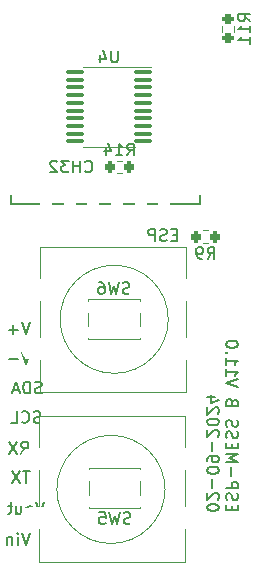
<source format=gbo>
G04 #@! TF.GenerationSoftware,KiCad,Pcbnew,7.0.7*
G04 #@! TF.CreationDate,2024-02-13T08:09:53-05:00*
G04 #@! TF.ProjectId,sensor_node,73656e73-6f72-45f6-9e6f-64652e6b6963,rev?*
G04 #@! TF.SameCoordinates,Original*
G04 #@! TF.FileFunction,Legend,Bot*
G04 #@! TF.FilePolarity,Positive*
%FSLAX46Y46*%
G04 Gerber Fmt 4.6, Leading zero omitted, Abs format (unit mm)*
G04 Created by KiCad (PCBNEW 7.0.7) date 2024-02-13 08:09:53*
%MOMM*%
%LPD*%
G01*
G04 APERTURE LIST*
G04 Aperture macros list*
%AMRoundRect*
0 Rectangle with rounded corners*
0 $1 Rounding radius*
0 $2 $3 $4 $5 $6 $7 $8 $9 X,Y pos of 4 corners*
0 Add a 4 corners polygon primitive as box body*
4,1,4,$2,$3,$4,$5,$6,$7,$8,$9,$2,$3,0*
0 Add four circle primitives for the rounded corners*
1,1,$1+$1,$2,$3*
1,1,$1+$1,$4,$5*
1,1,$1+$1,$6,$7*
1,1,$1+$1,$8,$9*
0 Add four rect primitives between the rounded corners*
20,1,$1+$1,$2,$3,$4,$5,0*
20,1,$1+$1,$4,$5,$6,$7,0*
20,1,$1+$1,$6,$7,$8,$9,0*
20,1,$1+$1,$8,$9,$2,$3,0*%
G04 Aperture macros list end*
%ADD10C,0.150000*%
%ADD11C,0.120000*%
%ADD12C,0.152400*%
%ADD13R,2.100000X2.100000*%
%ADD14C,2.100000*%
%ADD15R,1.700000X1.700000*%
%ADD16O,1.700000X1.700000*%
%ADD17RoundRect,0.200000X0.275000X-0.200000X0.275000X0.200000X-0.275000X0.200000X-0.275000X-0.200000X0*%
%ADD18R,2.500000X1.100000*%
%ADD19R,1.100000X2.500000*%
%ADD20R,1.050000X0.650000*%
%ADD21RoundRect,0.200000X-0.200000X-0.275000X0.200000X-0.275000X0.200000X0.275000X-0.200000X0.275000X0*%
%ADD22RoundRect,0.200000X0.200000X0.275000X-0.200000X0.275000X-0.200000X-0.275000X0.200000X-0.275000X0*%
%ADD23RoundRect,0.100000X0.637500X0.100000X-0.637500X0.100000X-0.637500X-0.100000X0.637500X-0.100000X0*%
%ADD24O,3.048000X1.850000*%
G04 APERTURE END LIST*
D10*
X138394173Y-100069819D02*
X137822745Y-100069819D01*
X138108459Y-101069819D02*
X138108459Y-100069819D01*
X137584649Y-100069819D02*
X136917983Y-101069819D01*
X136917983Y-100069819D02*
X137584649Y-101069819D01*
X137679888Y-98569819D02*
X138013221Y-98093628D01*
X138251316Y-98569819D02*
X138251316Y-97569819D01*
X138251316Y-97569819D02*
X137870364Y-97569819D01*
X137870364Y-97569819D02*
X137775126Y-97617438D01*
X137775126Y-97617438D02*
X137727507Y-97665057D01*
X137727507Y-97665057D02*
X137679888Y-97760295D01*
X137679888Y-97760295D02*
X137679888Y-97903152D01*
X137679888Y-97903152D02*
X137727507Y-97998390D01*
X137727507Y-97998390D02*
X137775126Y-98046009D01*
X137775126Y-98046009D02*
X137870364Y-98093628D01*
X137870364Y-98093628D02*
X138251316Y-98093628D01*
X137346554Y-97569819D02*
X136679888Y-98569819D01*
X136679888Y-97569819D02*
X137346554Y-98569819D01*
X143091792Y-74674580D02*
X143139411Y-74722200D01*
X143139411Y-74722200D02*
X143282268Y-74769819D01*
X143282268Y-74769819D02*
X143377506Y-74769819D01*
X143377506Y-74769819D02*
X143520363Y-74722200D01*
X143520363Y-74722200D02*
X143615601Y-74626961D01*
X143615601Y-74626961D02*
X143663220Y-74531723D01*
X143663220Y-74531723D02*
X143710839Y-74341247D01*
X143710839Y-74341247D02*
X143710839Y-74198390D01*
X143710839Y-74198390D02*
X143663220Y-74007914D01*
X143663220Y-74007914D02*
X143615601Y-73912676D01*
X143615601Y-73912676D02*
X143520363Y-73817438D01*
X143520363Y-73817438D02*
X143377506Y-73769819D01*
X143377506Y-73769819D02*
X143282268Y-73769819D01*
X143282268Y-73769819D02*
X143139411Y-73817438D01*
X143139411Y-73817438D02*
X143091792Y-73865057D01*
X142663220Y-74769819D02*
X142663220Y-73769819D01*
X142663220Y-74246009D02*
X142091792Y-74246009D01*
X142091792Y-74769819D02*
X142091792Y-73769819D01*
X141710839Y-73769819D02*
X141091792Y-73769819D01*
X141091792Y-73769819D02*
X141425125Y-74150771D01*
X141425125Y-74150771D02*
X141282268Y-74150771D01*
X141282268Y-74150771D02*
X141187030Y-74198390D01*
X141187030Y-74198390D02*
X141139411Y-74246009D01*
X141139411Y-74246009D02*
X141091792Y-74341247D01*
X141091792Y-74341247D02*
X141091792Y-74579342D01*
X141091792Y-74579342D02*
X141139411Y-74674580D01*
X141139411Y-74674580D02*
X141187030Y-74722200D01*
X141187030Y-74722200D02*
X141282268Y-74769819D01*
X141282268Y-74769819D02*
X141567982Y-74769819D01*
X141567982Y-74769819D02*
X141663220Y-74722200D01*
X141663220Y-74722200D02*
X141710839Y-74674580D01*
X140710839Y-73865057D02*
X140663220Y-73817438D01*
X140663220Y-73817438D02*
X140567982Y-73769819D01*
X140567982Y-73769819D02*
X140329887Y-73769819D01*
X140329887Y-73769819D02*
X140234649Y-73817438D01*
X140234649Y-73817438D02*
X140187030Y-73865057D01*
X140187030Y-73865057D02*
X140139411Y-73960295D01*
X140139411Y-73960295D02*
X140139411Y-74055533D01*
X140139411Y-74055533D02*
X140187030Y-74198390D01*
X140187030Y-74198390D02*
X140758458Y-74769819D01*
X140758458Y-74769819D02*
X140139411Y-74769819D01*
X138394173Y-87469819D02*
X138060840Y-88469819D01*
X138060840Y-88469819D02*
X137727507Y-87469819D01*
X137394173Y-88088866D02*
X136632269Y-88088866D01*
X137013221Y-88469819D02*
X137013221Y-87707914D01*
X139410839Y-93422200D02*
X139267982Y-93469819D01*
X139267982Y-93469819D02*
X139029887Y-93469819D01*
X139029887Y-93469819D02*
X138934649Y-93422200D01*
X138934649Y-93422200D02*
X138887030Y-93374580D01*
X138887030Y-93374580D02*
X138839411Y-93279342D01*
X138839411Y-93279342D02*
X138839411Y-93184104D01*
X138839411Y-93184104D02*
X138887030Y-93088866D01*
X138887030Y-93088866D02*
X138934649Y-93041247D01*
X138934649Y-93041247D02*
X139029887Y-92993628D01*
X139029887Y-92993628D02*
X139220363Y-92946009D01*
X139220363Y-92946009D02*
X139315601Y-92898390D01*
X139315601Y-92898390D02*
X139363220Y-92850771D01*
X139363220Y-92850771D02*
X139410839Y-92755533D01*
X139410839Y-92755533D02*
X139410839Y-92660295D01*
X139410839Y-92660295D02*
X139363220Y-92565057D01*
X139363220Y-92565057D02*
X139315601Y-92517438D01*
X139315601Y-92517438D02*
X139220363Y-92469819D01*
X139220363Y-92469819D02*
X138982268Y-92469819D01*
X138982268Y-92469819D02*
X138839411Y-92517438D01*
X138410839Y-93469819D02*
X138410839Y-92469819D01*
X138410839Y-92469819D02*
X138172744Y-92469819D01*
X138172744Y-92469819D02*
X138029887Y-92517438D01*
X138029887Y-92517438D02*
X137934649Y-92612676D01*
X137934649Y-92612676D02*
X137887030Y-92707914D01*
X137887030Y-92707914D02*
X137839411Y-92898390D01*
X137839411Y-92898390D02*
X137839411Y-93041247D01*
X137839411Y-93041247D02*
X137887030Y-93231723D01*
X137887030Y-93231723D02*
X137934649Y-93326961D01*
X137934649Y-93326961D02*
X138029887Y-93422200D01*
X138029887Y-93422200D02*
X138172744Y-93469819D01*
X138172744Y-93469819D02*
X138410839Y-93469819D01*
X137458458Y-93184104D02*
X136982268Y-93184104D01*
X137553696Y-93469819D02*
X137220363Y-92469819D01*
X137220363Y-92469819D02*
X136887030Y-93469819D01*
X155563990Y-103363220D02*
X155563990Y-103029887D01*
X155040180Y-102887030D02*
X155040180Y-103363220D01*
X155040180Y-103363220D02*
X156040180Y-103363220D01*
X156040180Y-103363220D02*
X156040180Y-102887030D01*
X155087800Y-102506077D02*
X155040180Y-102363220D01*
X155040180Y-102363220D02*
X155040180Y-102125125D01*
X155040180Y-102125125D02*
X155087800Y-102029887D01*
X155087800Y-102029887D02*
X155135419Y-101982268D01*
X155135419Y-101982268D02*
X155230657Y-101934649D01*
X155230657Y-101934649D02*
X155325895Y-101934649D01*
X155325895Y-101934649D02*
X155421133Y-101982268D01*
X155421133Y-101982268D02*
X155468752Y-102029887D01*
X155468752Y-102029887D02*
X155516371Y-102125125D01*
X155516371Y-102125125D02*
X155563990Y-102315601D01*
X155563990Y-102315601D02*
X155611609Y-102410839D01*
X155611609Y-102410839D02*
X155659228Y-102458458D01*
X155659228Y-102458458D02*
X155754466Y-102506077D01*
X155754466Y-102506077D02*
X155849704Y-102506077D01*
X155849704Y-102506077D02*
X155944942Y-102458458D01*
X155944942Y-102458458D02*
X155992561Y-102410839D01*
X155992561Y-102410839D02*
X156040180Y-102315601D01*
X156040180Y-102315601D02*
X156040180Y-102077506D01*
X156040180Y-102077506D02*
X155992561Y-101934649D01*
X155040180Y-101506077D02*
X156040180Y-101506077D01*
X156040180Y-101506077D02*
X156040180Y-101125125D01*
X156040180Y-101125125D02*
X155992561Y-101029887D01*
X155992561Y-101029887D02*
X155944942Y-100982268D01*
X155944942Y-100982268D02*
X155849704Y-100934649D01*
X155849704Y-100934649D02*
X155706847Y-100934649D01*
X155706847Y-100934649D02*
X155611609Y-100982268D01*
X155611609Y-100982268D02*
X155563990Y-101029887D01*
X155563990Y-101029887D02*
X155516371Y-101125125D01*
X155516371Y-101125125D02*
X155516371Y-101506077D01*
X155421133Y-100506077D02*
X155421133Y-99744173D01*
X155040180Y-99267982D02*
X156040180Y-99267982D01*
X156040180Y-99267982D02*
X155325895Y-98934649D01*
X155325895Y-98934649D02*
X156040180Y-98601316D01*
X156040180Y-98601316D02*
X155040180Y-98601316D01*
X155563990Y-98125125D02*
X155563990Y-97791792D01*
X155040180Y-97648935D02*
X155040180Y-98125125D01*
X155040180Y-98125125D02*
X156040180Y-98125125D01*
X156040180Y-98125125D02*
X156040180Y-97648935D01*
X155087800Y-97267982D02*
X155040180Y-97125125D01*
X155040180Y-97125125D02*
X155040180Y-96887030D01*
X155040180Y-96887030D02*
X155087800Y-96791792D01*
X155087800Y-96791792D02*
X155135419Y-96744173D01*
X155135419Y-96744173D02*
X155230657Y-96696554D01*
X155230657Y-96696554D02*
X155325895Y-96696554D01*
X155325895Y-96696554D02*
X155421133Y-96744173D01*
X155421133Y-96744173D02*
X155468752Y-96791792D01*
X155468752Y-96791792D02*
X155516371Y-96887030D01*
X155516371Y-96887030D02*
X155563990Y-97077506D01*
X155563990Y-97077506D02*
X155611609Y-97172744D01*
X155611609Y-97172744D02*
X155659228Y-97220363D01*
X155659228Y-97220363D02*
X155754466Y-97267982D01*
X155754466Y-97267982D02*
X155849704Y-97267982D01*
X155849704Y-97267982D02*
X155944942Y-97220363D01*
X155944942Y-97220363D02*
X155992561Y-97172744D01*
X155992561Y-97172744D02*
X156040180Y-97077506D01*
X156040180Y-97077506D02*
X156040180Y-96839411D01*
X156040180Y-96839411D02*
X155992561Y-96696554D01*
X155087800Y-96315601D02*
X155040180Y-96172744D01*
X155040180Y-96172744D02*
X155040180Y-95934649D01*
X155040180Y-95934649D02*
X155087800Y-95839411D01*
X155087800Y-95839411D02*
X155135419Y-95791792D01*
X155135419Y-95791792D02*
X155230657Y-95744173D01*
X155230657Y-95744173D02*
X155325895Y-95744173D01*
X155325895Y-95744173D02*
X155421133Y-95791792D01*
X155421133Y-95791792D02*
X155468752Y-95839411D01*
X155468752Y-95839411D02*
X155516371Y-95934649D01*
X155516371Y-95934649D02*
X155563990Y-96125125D01*
X155563990Y-96125125D02*
X155611609Y-96220363D01*
X155611609Y-96220363D02*
X155659228Y-96267982D01*
X155659228Y-96267982D02*
X155754466Y-96315601D01*
X155754466Y-96315601D02*
X155849704Y-96315601D01*
X155849704Y-96315601D02*
X155944942Y-96267982D01*
X155944942Y-96267982D02*
X155992561Y-96220363D01*
X155992561Y-96220363D02*
X156040180Y-96125125D01*
X156040180Y-96125125D02*
X156040180Y-95887030D01*
X156040180Y-95887030D02*
X155992561Y-95744173D01*
X155563990Y-94220363D02*
X155516371Y-94077506D01*
X155516371Y-94077506D02*
X155468752Y-94029887D01*
X155468752Y-94029887D02*
X155373514Y-93982268D01*
X155373514Y-93982268D02*
X155230657Y-93982268D01*
X155230657Y-93982268D02*
X155135419Y-94029887D01*
X155135419Y-94029887D02*
X155087800Y-94077506D01*
X155087800Y-94077506D02*
X155040180Y-94172744D01*
X155040180Y-94172744D02*
X155040180Y-94553696D01*
X155040180Y-94553696D02*
X156040180Y-94553696D01*
X156040180Y-94553696D02*
X156040180Y-94220363D01*
X156040180Y-94220363D02*
X155992561Y-94125125D01*
X155992561Y-94125125D02*
X155944942Y-94077506D01*
X155944942Y-94077506D02*
X155849704Y-94029887D01*
X155849704Y-94029887D02*
X155754466Y-94029887D01*
X155754466Y-94029887D02*
X155659228Y-94077506D01*
X155659228Y-94077506D02*
X155611609Y-94125125D01*
X155611609Y-94125125D02*
X155563990Y-94220363D01*
X155563990Y-94220363D02*
X155563990Y-94553696D01*
X156040180Y-92934648D02*
X155040180Y-92601315D01*
X155040180Y-92601315D02*
X156040180Y-92267982D01*
X155040180Y-91410839D02*
X155040180Y-91982267D01*
X155040180Y-91696553D02*
X156040180Y-91696553D01*
X156040180Y-91696553D02*
X155897323Y-91791791D01*
X155897323Y-91791791D02*
X155802085Y-91887029D01*
X155802085Y-91887029D02*
X155754466Y-91982267D01*
X155040180Y-90458458D02*
X155040180Y-91029886D01*
X155040180Y-90744172D02*
X156040180Y-90744172D01*
X156040180Y-90744172D02*
X155897323Y-90839410D01*
X155897323Y-90839410D02*
X155802085Y-90934648D01*
X155802085Y-90934648D02*
X155754466Y-91029886D01*
X155135419Y-90029886D02*
X155087800Y-89982267D01*
X155087800Y-89982267D02*
X155040180Y-90029886D01*
X155040180Y-90029886D02*
X155087800Y-90077505D01*
X155087800Y-90077505D02*
X155135419Y-90029886D01*
X155135419Y-90029886D02*
X155040180Y-90029886D01*
X156040180Y-89363220D02*
X156040180Y-89267982D01*
X156040180Y-89267982D02*
X155992561Y-89172744D01*
X155992561Y-89172744D02*
X155944942Y-89125125D01*
X155944942Y-89125125D02*
X155849704Y-89077506D01*
X155849704Y-89077506D02*
X155659228Y-89029887D01*
X155659228Y-89029887D02*
X155421133Y-89029887D01*
X155421133Y-89029887D02*
X155230657Y-89077506D01*
X155230657Y-89077506D02*
X155135419Y-89125125D01*
X155135419Y-89125125D02*
X155087800Y-89172744D01*
X155087800Y-89172744D02*
X155040180Y-89267982D01*
X155040180Y-89267982D02*
X155040180Y-89363220D01*
X155040180Y-89363220D02*
X155087800Y-89458458D01*
X155087800Y-89458458D02*
X155135419Y-89506077D01*
X155135419Y-89506077D02*
X155230657Y-89553696D01*
X155230657Y-89553696D02*
X155421133Y-89601315D01*
X155421133Y-89601315D02*
X155659228Y-89601315D01*
X155659228Y-89601315D02*
X155849704Y-89553696D01*
X155849704Y-89553696D02*
X155944942Y-89506077D01*
X155944942Y-89506077D02*
X155992561Y-89458458D01*
X155992561Y-89458458D02*
X156040180Y-89363220D01*
X154430180Y-103172744D02*
X154430180Y-103077506D01*
X154430180Y-103077506D02*
X154382561Y-102982268D01*
X154382561Y-102982268D02*
X154334942Y-102934649D01*
X154334942Y-102934649D02*
X154239704Y-102887030D01*
X154239704Y-102887030D02*
X154049228Y-102839411D01*
X154049228Y-102839411D02*
X153811133Y-102839411D01*
X153811133Y-102839411D02*
X153620657Y-102887030D01*
X153620657Y-102887030D02*
X153525419Y-102934649D01*
X153525419Y-102934649D02*
X153477800Y-102982268D01*
X153477800Y-102982268D02*
X153430180Y-103077506D01*
X153430180Y-103077506D02*
X153430180Y-103172744D01*
X153430180Y-103172744D02*
X153477800Y-103267982D01*
X153477800Y-103267982D02*
X153525419Y-103315601D01*
X153525419Y-103315601D02*
X153620657Y-103363220D01*
X153620657Y-103363220D02*
X153811133Y-103410839D01*
X153811133Y-103410839D02*
X154049228Y-103410839D01*
X154049228Y-103410839D02*
X154239704Y-103363220D01*
X154239704Y-103363220D02*
X154334942Y-103315601D01*
X154334942Y-103315601D02*
X154382561Y-103267982D01*
X154382561Y-103267982D02*
X154430180Y-103172744D01*
X154334942Y-102458458D02*
X154382561Y-102410839D01*
X154382561Y-102410839D02*
X154430180Y-102315601D01*
X154430180Y-102315601D02*
X154430180Y-102077506D01*
X154430180Y-102077506D02*
X154382561Y-101982268D01*
X154382561Y-101982268D02*
X154334942Y-101934649D01*
X154334942Y-101934649D02*
X154239704Y-101887030D01*
X154239704Y-101887030D02*
X154144466Y-101887030D01*
X154144466Y-101887030D02*
X154001609Y-101934649D01*
X154001609Y-101934649D02*
X153430180Y-102506077D01*
X153430180Y-102506077D02*
X153430180Y-101887030D01*
X153811133Y-101458458D02*
X153811133Y-100696554D01*
X154430180Y-100029887D02*
X154430180Y-99934649D01*
X154430180Y-99934649D02*
X154382561Y-99839411D01*
X154382561Y-99839411D02*
X154334942Y-99791792D01*
X154334942Y-99791792D02*
X154239704Y-99744173D01*
X154239704Y-99744173D02*
X154049228Y-99696554D01*
X154049228Y-99696554D02*
X153811133Y-99696554D01*
X153811133Y-99696554D02*
X153620657Y-99744173D01*
X153620657Y-99744173D02*
X153525419Y-99791792D01*
X153525419Y-99791792D02*
X153477800Y-99839411D01*
X153477800Y-99839411D02*
X153430180Y-99934649D01*
X153430180Y-99934649D02*
X153430180Y-100029887D01*
X153430180Y-100029887D02*
X153477800Y-100125125D01*
X153477800Y-100125125D02*
X153525419Y-100172744D01*
X153525419Y-100172744D02*
X153620657Y-100220363D01*
X153620657Y-100220363D02*
X153811133Y-100267982D01*
X153811133Y-100267982D02*
X154049228Y-100267982D01*
X154049228Y-100267982D02*
X154239704Y-100220363D01*
X154239704Y-100220363D02*
X154334942Y-100172744D01*
X154334942Y-100172744D02*
X154382561Y-100125125D01*
X154382561Y-100125125D02*
X154430180Y-100029887D01*
X153430180Y-99220363D02*
X153430180Y-99029887D01*
X153430180Y-99029887D02*
X153477800Y-98934649D01*
X153477800Y-98934649D02*
X153525419Y-98887030D01*
X153525419Y-98887030D02*
X153668276Y-98791792D01*
X153668276Y-98791792D02*
X153858752Y-98744173D01*
X153858752Y-98744173D02*
X154239704Y-98744173D01*
X154239704Y-98744173D02*
X154334942Y-98791792D01*
X154334942Y-98791792D02*
X154382561Y-98839411D01*
X154382561Y-98839411D02*
X154430180Y-98934649D01*
X154430180Y-98934649D02*
X154430180Y-99125125D01*
X154430180Y-99125125D02*
X154382561Y-99220363D01*
X154382561Y-99220363D02*
X154334942Y-99267982D01*
X154334942Y-99267982D02*
X154239704Y-99315601D01*
X154239704Y-99315601D02*
X154001609Y-99315601D01*
X154001609Y-99315601D02*
X153906371Y-99267982D01*
X153906371Y-99267982D02*
X153858752Y-99220363D01*
X153858752Y-99220363D02*
X153811133Y-99125125D01*
X153811133Y-99125125D02*
X153811133Y-98934649D01*
X153811133Y-98934649D02*
X153858752Y-98839411D01*
X153858752Y-98839411D02*
X153906371Y-98791792D01*
X153906371Y-98791792D02*
X154001609Y-98744173D01*
X153811133Y-98315601D02*
X153811133Y-97553697D01*
X154334942Y-97125125D02*
X154382561Y-97077506D01*
X154382561Y-97077506D02*
X154430180Y-96982268D01*
X154430180Y-96982268D02*
X154430180Y-96744173D01*
X154430180Y-96744173D02*
X154382561Y-96648935D01*
X154382561Y-96648935D02*
X154334942Y-96601316D01*
X154334942Y-96601316D02*
X154239704Y-96553697D01*
X154239704Y-96553697D02*
X154144466Y-96553697D01*
X154144466Y-96553697D02*
X154001609Y-96601316D01*
X154001609Y-96601316D02*
X153430180Y-97172744D01*
X153430180Y-97172744D02*
X153430180Y-96553697D01*
X154430180Y-95934649D02*
X154430180Y-95839411D01*
X154430180Y-95839411D02*
X154382561Y-95744173D01*
X154382561Y-95744173D02*
X154334942Y-95696554D01*
X154334942Y-95696554D02*
X154239704Y-95648935D01*
X154239704Y-95648935D02*
X154049228Y-95601316D01*
X154049228Y-95601316D02*
X153811133Y-95601316D01*
X153811133Y-95601316D02*
X153620657Y-95648935D01*
X153620657Y-95648935D02*
X153525419Y-95696554D01*
X153525419Y-95696554D02*
X153477800Y-95744173D01*
X153477800Y-95744173D02*
X153430180Y-95839411D01*
X153430180Y-95839411D02*
X153430180Y-95934649D01*
X153430180Y-95934649D02*
X153477800Y-96029887D01*
X153477800Y-96029887D02*
X153525419Y-96077506D01*
X153525419Y-96077506D02*
X153620657Y-96125125D01*
X153620657Y-96125125D02*
X153811133Y-96172744D01*
X153811133Y-96172744D02*
X154049228Y-96172744D01*
X154049228Y-96172744D02*
X154239704Y-96125125D01*
X154239704Y-96125125D02*
X154334942Y-96077506D01*
X154334942Y-96077506D02*
X154382561Y-96029887D01*
X154382561Y-96029887D02*
X154430180Y-95934649D01*
X154334942Y-95220363D02*
X154382561Y-95172744D01*
X154382561Y-95172744D02*
X154430180Y-95077506D01*
X154430180Y-95077506D02*
X154430180Y-94839411D01*
X154430180Y-94839411D02*
X154382561Y-94744173D01*
X154382561Y-94744173D02*
X154334942Y-94696554D01*
X154334942Y-94696554D02*
X154239704Y-94648935D01*
X154239704Y-94648935D02*
X154144466Y-94648935D01*
X154144466Y-94648935D02*
X154001609Y-94696554D01*
X154001609Y-94696554D02*
X153430180Y-95267982D01*
X153430180Y-95267982D02*
X153430180Y-94648935D01*
X154096847Y-93791792D02*
X153430180Y-93791792D01*
X154477800Y-94029887D02*
X153763514Y-94267982D01*
X153763514Y-94267982D02*
X153763514Y-93648935D01*
X138394173Y-89969819D02*
X138060840Y-90969819D01*
X138060840Y-90969819D02*
X137727507Y-89969819D01*
X137394173Y-90588866D02*
X136632269Y-90588866D01*
X138394173Y-105269819D02*
X138060840Y-106269819D01*
X138060840Y-106269819D02*
X137727507Y-105269819D01*
X137394173Y-106269819D02*
X137394173Y-105603152D01*
X137394173Y-105269819D02*
X137441792Y-105317438D01*
X137441792Y-105317438D02*
X137394173Y-105365057D01*
X137394173Y-105365057D02*
X137346554Y-105317438D01*
X137346554Y-105317438D02*
X137394173Y-105269819D01*
X137394173Y-105269819D02*
X137394173Y-105365057D01*
X136917983Y-105603152D02*
X136917983Y-106269819D01*
X136917983Y-105698390D02*
X136870364Y-105650771D01*
X136870364Y-105650771D02*
X136775126Y-105603152D01*
X136775126Y-105603152D02*
X136632269Y-105603152D01*
X136632269Y-105603152D02*
X136537031Y-105650771D01*
X136537031Y-105650771D02*
X136489412Y-105746009D01*
X136489412Y-105746009D02*
X136489412Y-106269819D01*
X139310839Y-95922200D02*
X139167982Y-95969819D01*
X139167982Y-95969819D02*
X138929887Y-95969819D01*
X138929887Y-95969819D02*
X138834649Y-95922200D01*
X138834649Y-95922200D02*
X138787030Y-95874580D01*
X138787030Y-95874580D02*
X138739411Y-95779342D01*
X138739411Y-95779342D02*
X138739411Y-95684104D01*
X138739411Y-95684104D02*
X138787030Y-95588866D01*
X138787030Y-95588866D02*
X138834649Y-95541247D01*
X138834649Y-95541247D02*
X138929887Y-95493628D01*
X138929887Y-95493628D02*
X139120363Y-95446009D01*
X139120363Y-95446009D02*
X139215601Y-95398390D01*
X139215601Y-95398390D02*
X139263220Y-95350771D01*
X139263220Y-95350771D02*
X139310839Y-95255533D01*
X139310839Y-95255533D02*
X139310839Y-95160295D01*
X139310839Y-95160295D02*
X139263220Y-95065057D01*
X139263220Y-95065057D02*
X139215601Y-95017438D01*
X139215601Y-95017438D02*
X139120363Y-94969819D01*
X139120363Y-94969819D02*
X138882268Y-94969819D01*
X138882268Y-94969819D02*
X138739411Y-95017438D01*
X137739411Y-95874580D02*
X137787030Y-95922200D01*
X137787030Y-95922200D02*
X137929887Y-95969819D01*
X137929887Y-95969819D02*
X138025125Y-95969819D01*
X138025125Y-95969819D02*
X138167982Y-95922200D01*
X138167982Y-95922200D02*
X138263220Y-95826961D01*
X138263220Y-95826961D02*
X138310839Y-95731723D01*
X138310839Y-95731723D02*
X138358458Y-95541247D01*
X138358458Y-95541247D02*
X138358458Y-95398390D01*
X138358458Y-95398390D02*
X138310839Y-95207914D01*
X138310839Y-95207914D02*
X138263220Y-95112676D01*
X138263220Y-95112676D02*
X138167982Y-95017438D01*
X138167982Y-95017438D02*
X138025125Y-94969819D01*
X138025125Y-94969819D02*
X137929887Y-94969819D01*
X137929887Y-94969819D02*
X137787030Y-95017438D01*
X137787030Y-95017438D02*
X137739411Y-95065057D01*
X136834649Y-95969819D02*
X137310839Y-95969819D01*
X137310839Y-95969819D02*
X137310839Y-94969819D01*
X139606077Y-102669819D02*
X139272744Y-103669819D01*
X139272744Y-103669819D02*
X138939411Y-102669819D01*
X138463220Y-103669819D02*
X138558458Y-103622200D01*
X138558458Y-103622200D02*
X138606077Y-103574580D01*
X138606077Y-103574580D02*
X138653696Y-103479342D01*
X138653696Y-103479342D02*
X138653696Y-103193628D01*
X138653696Y-103193628D02*
X138606077Y-103098390D01*
X138606077Y-103098390D02*
X138558458Y-103050771D01*
X138558458Y-103050771D02*
X138463220Y-103003152D01*
X138463220Y-103003152D02*
X138320363Y-103003152D01*
X138320363Y-103003152D02*
X138225125Y-103050771D01*
X138225125Y-103050771D02*
X138177506Y-103098390D01*
X138177506Y-103098390D02*
X138129887Y-103193628D01*
X138129887Y-103193628D02*
X138129887Y-103479342D01*
X138129887Y-103479342D02*
X138177506Y-103574580D01*
X138177506Y-103574580D02*
X138225125Y-103622200D01*
X138225125Y-103622200D02*
X138320363Y-103669819D01*
X138320363Y-103669819D02*
X138463220Y-103669819D01*
X137272744Y-103003152D02*
X137272744Y-103669819D01*
X137701315Y-103003152D02*
X137701315Y-103526961D01*
X137701315Y-103526961D02*
X137653696Y-103622200D01*
X137653696Y-103622200D02*
X137558458Y-103669819D01*
X137558458Y-103669819D02*
X137415601Y-103669819D01*
X137415601Y-103669819D02*
X137320363Y-103622200D01*
X137320363Y-103622200D02*
X137272744Y-103574580D01*
X136939410Y-103003152D02*
X136558458Y-103003152D01*
X136796553Y-102669819D02*
X136796553Y-103526961D01*
X136796553Y-103526961D02*
X136748934Y-103622200D01*
X136748934Y-103622200D02*
X136653696Y-103669819D01*
X136653696Y-103669819D02*
X136558458Y-103669819D01*
X150863220Y-80046009D02*
X150529887Y-80046009D01*
X150387030Y-80569819D02*
X150863220Y-80569819D01*
X150863220Y-80569819D02*
X150863220Y-79569819D01*
X150863220Y-79569819D02*
X150387030Y-79569819D01*
X150006077Y-80522200D02*
X149863220Y-80569819D01*
X149863220Y-80569819D02*
X149625125Y-80569819D01*
X149625125Y-80569819D02*
X149529887Y-80522200D01*
X149529887Y-80522200D02*
X149482268Y-80474580D01*
X149482268Y-80474580D02*
X149434649Y-80379342D01*
X149434649Y-80379342D02*
X149434649Y-80284104D01*
X149434649Y-80284104D02*
X149482268Y-80188866D01*
X149482268Y-80188866D02*
X149529887Y-80141247D01*
X149529887Y-80141247D02*
X149625125Y-80093628D01*
X149625125Y-80093628D02*
X149815601Y-80046009D01*
X149815601Y-80046009D02*
X149910839Y-79998390D01*
X149910839Y-79998390D02*
X149958458Y-79950771D01*
X149958458Y-79950771D02*
X150006077Y-79855533D01*
X150006077Y-79855533D02*
X150006077Y-79760295D01*
X150006077Y-79760295D02*
X149958458Y-79665057D01*
X149958458Y-79665057D02*
X149910839Y-79617438D01*
X149910839Y-79617438D02*
X149815601Y-79569819D01*
X149815601Y-79569819D02*
X149577506Y-79569819D01*
X149577506Y-79569819D02*
X149434649Y-79617438D01*
X149006077Y-80569819D02*
X149006077Y-79569819D01*
X149006077Y-79569819D02*
X148625125Y-79569819D01*
X148625125Y-79569819D02*
X148529887Y-79617438D01*
X148529887Y-79617438D02*
X148482268Y-79665057D01*
X148482268Y-79665057D02*
X148434649Y-79760295D01*
X148434649Y-79760295D02*
X148434649Y-79903152D01*
X148434649Y-79903152D02*
X148482268Y-79998390D01*
X148482268Y-79998390D02*
X148529887Y-80046009D01*
X148529887Y-80046009D02*
X148625125Y-80093628D01*
X148625125Y-80093628D02*
X149006077Y-80093628D01*
X157084819Y-61957142D02*
X156608628Y-61623809D01*
X157084819Y-61385714D02*
X156084819Y-61385714D01*
X156084819Y-61385714D02*
X156084819Y-61766666D01*
X156084819Y-61766666D02*
X156132438Y-61861904D01*
X156132438Y-61861904D02*
X156180057Y-61909523D01*
X156180057Y-61909523D02*
X156275295Y-61957142D01*
X156275295Y-61957142D02*
X156418152Y-61957142D01*
X156418152Y-61957142D02*
X156513390Y-61909523D01*
X156513390Y-61909523D02*
X156561009Y-61861904D01*
X156561009Y-61861904D02*
X156608628Y-61766666D01*
X156608628Y-61766666D02*
X156608628Y-61385714D01*
X157084819Y-62909523D02*
X157084819Y-62338095D01*
X157084819Y-62623809D02*
X156084819Y-62623809D01*
X156084819Y-62623809D02*
X156227676Y-62528571D01*
X156227676Y-62528571D02*
X156322914Y-62433333D01*
X156322914Y-62433333D02*
X156370533Y-62338095D01*
X157084819Y-63861904D02*
X157084819Y-63290476D01*
X157084819Y-63576190D02*
X156084819Y-63576190D01*
X156084819Y-63576190D02*
X156227676Y-63480952D01*
X156227676Y-63480952D02*
X156322914Y-63385714D01*
X156322914Y-63385714D02*
X156370533Y-63290476D01*
X146923332Y-104482200D02*
X146780475Y-104529819D01*
X146780475Y-104529819D02*
X146542380Y-104529819D01*
X146542380Y-104529819D02*
X146447142Y-104482200D01*
X146447142Y-104482200D02*
X146399523Y-104434580D01*
X146399523Y-104434580D02*
X146351904Y-104339342D01*
X146351904Y-104339342D02*
X146351904Y-104244104D01*
X146351904Y-104244104D02*
X146399523Y-104148866D01*
X146399523Y-104148866D02*
X146447142Y-104101247D01*
X146447142Y-104101247D02*
X146542380Y-104053628D01*
X146542380Y-104053628D02*
X146732856Y-104006009D01*
X146732856Y-104006009D02*
X146828094Y-103958390D01*
X146828094Y-103958390D02*
X146875713Y-103910771D01*
X146875713Y-103910771D02*
X146923332Y-103815533D01*
X146923332Y-103815533D02*
X146923332Y-103720295D01*
X146923332Y-103720295D02*
X146875713Y-103625057D01*
X146875713Y-103625057D02*
X146828094Y-103577438D01*
X146828094Y-103577438D02*
X146732856Y-103529819D01*
X146732856Y-103529819D02*
X146494761Y-103529819D01*
X146494761Y-103529819D02*
X146351904Y-103577438D01*
X146018570Y-103529819D02*
X145780475Y-104529819D01*
X145780475Y-104529819D02*
X145589999Y-103815533D01*
X145589999Y-103815533D02*
X145399523Y-104529819D01*
X145399523Y-104529819D02*
X145161428Y-103529819D01*
X144304285Y-103529819D02*
X144780475Y-103529819D01*
X144780475Y-103529819D02*
X144828094Y-104006009D01*
X144828094Y-104006009D02*
X144780475Y-103958390D01*
X144780475Y-103958390D02*
X144685237Y-103910771D01*
X144685237Y-103910771D02*
X144447142Y-103910771D01*
X144447142Y-103910771D02*
X144351904Y-103958390D01*
X144351904Y-103958390D02*
X144304285Y-104006009D01*
X144304285Y-104006009D02*
X144256666Y-104101247D01*
X144256666Y-104101247D02*
X144256666Y-104339342D01*
X144256666Y-104339342D02*
X144304285Y-104434580D01*
X144304285Y-104434580D02*
X144351904Y-104482200D01*
X144351904Y-104482200D02*
X144447142Y-104529819D01*
X144447142Y-104529819D02*
X144685237Y-104529819D01*
X144685237Y-104529819D02*
X144780475Y-104482200D01*
X144780475Y-104482200D02*
X144828094Y-104434580D01*
X153466666Y-82084819D02*
X153799999Y-81608628D01*
X154038094Y-82084819D02*
X154038094Y-81084819D01*
X154038094Y-81084819D02*
X153657142Y-81084819D01*
X153657142Y-81084819D02*
X153561904Y-81132438D01*
X153561904Y-81132438D02*
X153514285Y-81180057D01*
X153514285Y-81180057D02*
X153466666Y-81275295D01*
X153466666Y-81275295D02*
X153466666Y-81418152D01*
X153466666Y-81418152D02*
X153514285Y-81513390D01*
X153514285Y-81513390D02*
X153561904Y-81561009D01*
X153561904Y-81561009D02*
X153657142Y-81608628D01*
X153657142Y-81608628D02*
X154038094Y-81608628D01*
X152990475Y-82084819D02*
X152799999Y-82084819D01*
X152799999Y-82084819D02*
X152704761Y-82037200D01*
X152704761Y-82037200D02*
X152657142Y-81989580D01*
X152657142Y-81989580D02*
X152561904Y-81846723D01*
X152561904Y-81846723D02*
X152514285Y-81656247D01*
X152514285Y-81656247D02*
X152514285Y-81275295D01*
X152514285Y-81275295D02*
X152561904Y-81180057D01*
X152561904Y-81180057D02*
X152609523Y-81132438D01*
X152609523Y-81132438D02*
X152704761Y-81084819D01*
X152704761Y-81084819D02*
X152895237Y-81084819D01*
X152895237Y-81084819D02*
X152990475Y-81132438D01*
X152990475Y-81132438D02*
X153038094Y-81180057D01*
X153038094Y-81180057D02*
X153085713Y-81275295D01*
X153085713Y-81275295D02*
X153085713Y-81513390D01*
X153085713Y-81513390D02*
X153038094Y-81608628D01*
X153038094Y-81608628D02*
X152990475Y-81656247D01*
X152990475Y-81656247D02*
X152895237Y-81703866D01*
X152895237Y-81703866D02*
X152704761Y-81703866D01*
X152704761Y-81703866D02*
X152609523Y-81656247D01*
X152609523Y-81656247D02*
X152561904Y-81608628D01*
X152561904Y-81608628D02*
X152514285Y-81513390D01*
X146642857Y-73324819D02*
X146976190Y-72848628D01*
X147214285Y-73324819D02*
X147214285Y-72324819D01*
X147214285Y-72324819D02*
X146833333Y-72324819D01*
X146833333Y-72324819D02*
X146738095Y-72372438D01*
X146738095Y-72372438D02*
X146690476Y-72420057D01*
X146690476Y-72420057D02*
X146642857Y-72515295D01*
X146642857Y-72515295D02*
X146642857Y-72658152D01*
X146642857Y-72658152D02*
X146690476Y-72753390D01*
X146690476Y-72753390D02*
X146738095Y-72801009D01*
X146738095Y-72801009D02*
X146833333Y-72848628D01*
X146833333Y-72848628D02*
X147214285Y-72848628D01*
X145690476Y-73324819D02*
X146261904Y-73324819D01*
X145976190Y-73324819D02*
X145976190Y-72324819D01*
X145976190Y-72324819D02*
X146071428Y-72467676D01*
X146071428Y-72467676D02*
X146166666Y-72562914D01*
X146166666Y-72562914D02*
X146261904Y-72610533D01*
X144833333Y-72658152D02*
X144833333Y-73324819D01*
X145071428Y-72277200D02*
X145309523Y-72991485D01*
X145309523Y-72991485D02*
X144690476Y-72991485D01*
X145861904Y-64454819D02*
X145861904Y-65264342D01*
X145861904Y-65264342D02*
X145814285Y-65359580D01*
X145814285Y-65359580D02*
X145766666Y-65407200D01*
X145766666Y-65407200D02*
X145671428Y-65454819D01*
X145671428Y-65454819D02*
X145480952Y-65454819D01*
X145480952Y-65454819D02*
X145385714Y-65407200D01*
X145385714Y-65407200D02*
X145338095Y-65359580D01*
X145338095Y-65359580D02*
X145290476Y-65264342D01*
X145290476Y-65264342D02*
X145290476Y-64454819D01*
X144385714Y-64788152D02*
X144385714Y-65454819D01*
X144623809Y-64407200D02*
X144861904Y-65121485D01*
X144861904Y-65121485D02*
X144242857Y-65121485D01*
X146858332Y-85007200D02*
X146715475Y-85054819D01*
X146715475Y-85054819D02*
X146477380Y-85054819D01*
X146477380Y-85054819D02*
X146382142Y-85007200D01*
X146382142Y-85007200D02*
X146334523Y-84959580D01*
X146334523Y-84959580D02*
X146286904Y-84864342D01*
X146286904Y-84864342D02*
X146286904Y-84769104D01*
X146286904Y-84769104D02*
X146334523Y-84673866D01*
X146334523Y-84673866D02*
X146382142Y-84626247D01*
X146382142Y-84626247D02*
X146477380Y-84578628D01*
X146477380Y-84578628D02*
X146667856Y-84531009D01*
X146667856Y-84531009D02*
X146763094Y-84483390D01*
X146763094Y-84483390D02*
X146810713Y-84435771D01*
X146810713Y-84435771D02*
X146858332Y-84340533D01*
X146858332Y-84340533D02*
X146858332Y-84245295D01*
X146858332Y-84245295D02*
X146810713Y-84150057D01*
X146810713Y-84150057D02*
X146763094Y-84102438D01*
X146763094Y-84102438D02*
X146667856Y-84054819D01*
X146667856Y-84054819D02*
X146429761Y-84054819D01*
X146429761Y-84054819D02*
X146286904Y-84102438D01*
X145953570Y-84054819D02*
X145715475Y-85054819D01*
X145715475Y-85054819D02*
X145524999Y-84340533D01*
X145524999Y-84340533D02*
X145334523Y-85054819D01*
X145334523Y-85054819D02*
X145096428Y-84054819D01*
X144286904Y-84054819D02*
X144477380Y-84054819D01*
X144477380Y-84054819D02*
X144572618Y-84102438D01*
X144572618Y-84102438D02*
X144620237Y-84150057D01*
X144620237Y-84150057D02*
X144715475Y-84292914D01*
X144715475Y-84292914D02*
X144763094Y-84483390D01*
X144763094Y-84483390D02*
X144763094Y-84864342D01*
X144763094Y-84864342D02*
X144715475Y-84959580D01*
X144715475Y-84959580D02*
X144667856Y-85007200D01*
X144667856Y-85007200D02*
X144572618Y-85054819D01*
X144572618Y-85054819D02*
X144382142Y-85054819D01*
X144382142Y-85054819D02*
X144286904Y-85007200D01*
X144286904Y-85007200D02*
X144239285Y-84959580D01*
X144239285Y-84959580D02*
X144191666Y-84864342D01*
X144191666Y-84864342D02*
X144191666Y-84626247D01*
X144191666Y-84626247D02*
X144239285Y-84531009D01*
X144239285Y-84531009D02*
X144286904Y-84483390D01*
X144286904Y-84483390D02*
X144382142Y-84435771D01*
X144382142Y-84435771D02*
X144572618Y-84435771D01*
X144572618Y-84435771D02*
X144667856Y-84483390D01*
X144667856Y-84483390D02*
X144715475Y-84531009D01*
X144715475Y-84531009D02*
X144763094Y-84626247D01*
D11*
X154677500Y-62837258D02*
X154677500Y-62362742D01*
X155722500Y-62837258D02*
X155722500Y-62362742D01*
D12*
X152816000Y-77421000D02*
X136814000Y-77421000D01*
X152816000Y-76659000D02*
X152816000Y-77421000D01*
X136814000Y-77421000D02*
X136814000Y-76659000D01*
D11*
X143390000Y-99775000D02*
X147790000Y-99775000D01*
X143390000Y-99895000D02*
X143390000Y-99775000D01*
X143390000Y-102045000D02*
X143390000Y-100905000D01*
X143390000Y-103175000D02*
X143390000Y-103055000D01*
X147790000Y-99775000D02*
X147790000Y-99895000D01*
X147790000Y-100905000D02*
X147790000Y-102045000D01*
X147790000Y-103055000D02*
X147790000Y-103175000D01*
X147790000Y-103175000D02*
X143390000Y-103175000D01*
X153062742Y-79677500D02*
X153537258Y-79677500D01*
X153062742Y-80722500D02*
X153537258Y-80722500D01*
X146237258Y-74822500D02*
X145762742Y-74822500D01*
X146237258Y-73777500D02*
X145762742Y-73777500D01*
X145100000Y-72585000D02*
X147300000Y-72585000D01*
X145100000Y-72585000D02*
X142900000Y-72585000D01*
X145100000Y-65815000D02*
X148700000Y-65815000D01*
X145100000Y-65815000D02*
X142900000Y-65815000D01*
X139312500Y-81087500D02*
X139312500Y-83807500D01*
X139312500Y-85667500D02*
X139312500Y-88807500D01*
X139312500Y-90667500D02*
X139312500Y-93387500D01*
X139312500Y-93387500D02*
X151612500Y-93387500D01*
X151612500Y-81087500D02*
X139312500Y-81087500D01*
X151612500Y-83807500D02*
X151612500Y-81087500D01*
X151612500Y-88807500D02*
X151612500Y-85667500D01*
X151612500Y-93387500D02*
X151612500Y-90667500D01*
X150141550Y-87197500D02*
G75*
G03*
X150141550Y-87197500I-4579050J0D01*
G01*
X147725000Y-88900000D02*
X143325000Y-88900000D01*
X147725000Y-88780000D02*
X147725000Y-88900000D01*
X147725000Y-86630000D02*
X147725000Y-87770000D01*
X147725000Y-85500000D02*
X147725000Y-85620000D01*
X143325000Y-88900000D02*
X143325000Y-88780000D01*
X143325000Y-87770000D02*
X143325000Y-86630000D01*
X143325000Y-85620000D02*
X143325000Y-85500000D01*
X143325000Y-85500000D02*
X147725000Y-85500000D01*
X151537500Y-107712500D02*
X151537500Y-104992500D01*
X151537500Y-103132500D02*
X151537500Y-99992500D01*
X151537500Y-98132500D02*
X151537500Y-95412500D01*
X151537500Y-95412500D02*
X139237500Y-95412500D01*
X139237500Y-107712500D02*
X151537500Y-107712500D01*
X139237500Y-104992500D02*
X139237500Y-107712500D01*
X139237500Y-99992500D02*
X139237500Y-103132500D01*
X139237500Y-95412500D02*
X139237500Y-98132500D01*
X149866550Y-101602500D02*
G75*
G03*
X149866550Y-101602500I-4579050J0D01*
G01*
%LPC*%
D13*
X155000000Y-106289087D03*
D14*
X155000000Y-86289087D03*
D15*
X135425000Y-87925000D03*
D16*
X135425000Y-90465000D03*
X135425000Y-93005000D03*
X135425000Y-95545000D03*
X135425000Y-98085000D03*
X135425000Y-100625000D03*
X135425000Y-103165000D03*
X135425000Y-105705000D03*
D17*
X155200000Y-63425000D03*
X155200000Y-61775000D03*
D18*
X152500000Y-61800000D03*
X152500000Y-63800000D03*
X152500000Y-65800000D03*
X152500000Y-67800000D03*
X152500000Y-69800000D03*
X152500000Y-71800000D03*
X152500000Y-73800000D03*
X152500000Y-75800000D03*
X137100000Y-75800000D03*
X137100000Y-73800000D03*
X137100000Y-71800000D03*
X137100000Y-69800000D03*
X137100000Y-67800000D03*
X137100000Y-65800000D03*
X137100000Y-63800000D03*
X137100000Y-61800000D03*
D19*
X149810000Y-77500000D03*
X147810000Y-77500000D03*
X145810000Y-77500000D03*
X143810000Y-77500000D03*
X141810000Y-77500000D03*
X139810000Y-77500000D03*
D20*
X143515000Y-102550000D03*
X147665000Y-102550000D03*
X143515000Y-100400000D03*
X147665000Y-100400000D03*
D21*
X152475000Y-80200000D03*
X154125000Y-80200000D03*
D22*
X146825000Y-74300000D03*
X145175000Y-74300000D03*
D23*
X147962500Y-66275000D03*
X147962500Y-66925000D03*
X147962500Y-67575000D03*
X147962500Y-68225000D03*
X147962500Y-68875000D03*
X147962500Y-69525000D03*
X147962500Y-70175000D03*
X147962500Y-70825000D03*
X147962500Y-71475000D03*
X147962500Y-72125000D03*
X142237500Y-72125000D03*
X142237500Y-71475000D03*
X142237500Y-70825000D03*
X142237500Y-70175000D03*
X142237500Y-69525000D03*
X142237500Y-68875000D03*
X142237500Y-68225000D03*
X142237500Y-67575000D03*
X142237500Y-66925000D03*
X142237500Y-66275000D03*
D24*
X139212500Y-89737500D03*
X151712500Y-89737500D03*
X139212500Y-84737500D03*
X151712500Y-84737500D03*
D20*
X147600000Y-86125000D03*
X143450000Y-86125000D03*
X147600000Y-88275000D03*
X143450000Y-88275000D03*
D24*
X151637500Y-99062500D03*
X139137500Y-99062500D03*
X151637500Y-104062500D03*
X139137500Y-104062500D03*
%LPD*%
M02*

</source>
